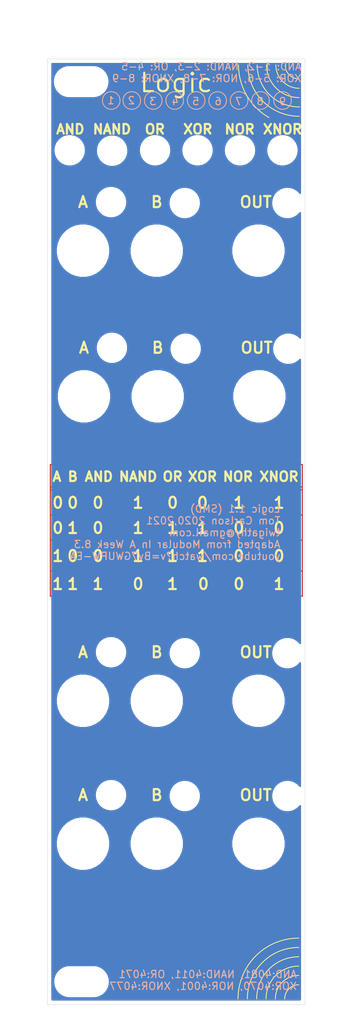
<source format=kicad_pcb>
(kicad_pcb (version 20171130) (host pcbnew "(5.1.4)-1")

  (general
    (thickness 1.6)
    (drawings 130)
    (tracks 0)
    (zones 0)
    (modules 32)
    (nets 1)
  )

  (page A4)
  (layers
    (0 F.Cu signal)
    (31 B.Cu signal)
    (32 B.Adhes user)
    (33 F.Adhes user)
    (34 B.Paste user)
    (35 F.Paste user)
    (36 B.SilkS user)
    (37 F.SilkS user)
    (38 B.Mask user)
    (39 F.Mask user)
    (40 Dwgs.User user)
    (41 Cmts.User user)
    (42 Eco1.User user)
    (43 Eco2.User user)
    (44 Edge.Cuts user)
    (45 Margin user)
    (46 B.CrtYd user)
    (47 F.CrtYd user)
    (48 B.Fab user)
    (49 F.Fab user)
  )

  (setup
    (last_trace_width 0.25)
    (trace_clearance 0.2)
    (zone_clearance 0.508)
    (zone_45_only no)
    (trace_min 0.2)
    (via_size 0.8)
    (via_drill 0.4)
    (via_min_size 0.4)
    (via_min_drill 0.3)
    (uvia_size 0.3)
    (uvia_drill 0.1)
    (uvias_allowed no)
    (uvia_min_size 0.2)
    (uvia_min_drill 0.1)
    (edge_width 0.05)
    (segment_width 0.2)
    (pcb_text_width 0.3)
    (pcb_text_size 1.5 1.5)
    (mod_edge_width 0.12)
    (mod_text_size 1 1)
    (mod_text_width 0.15)
    (pad_size 1.524 1.524)
    (pad_drill 0.762)
    (pad_to_mask_clearance 0.051)
    (solder_mask_min_width 0.25)
    (aux_axis_origin 0 0)
    (visible_elements 7FFFFFFF)
    (pcbplotparams
      (layerselection 0x010fc_ffffffff)
      (usegerberextensions false)
      (usegerberattributes true)
      (usegerberadvancedattributes false)
      (creategerberjobfile false)
      (excludeedgelayer true)
      (linewidth 0.100000)
      (plotframeref false)
      (viasonmask false)
      (mode 1)
      (useauxorigin false)
      (hpglpennumber 1)
      (hpglpenspeed 20)
      (hpglpendiameter 15.000000)
      (psnegative false)
      (psa4output false)
      (plotreference true)
      (plotvalue true)
      (plotinvisibletext false)
      (padsonsilk false)
      (subtractmaskfromsilk false)
      (outputformat 1)
      (mirror false)
      (drillshape 0)
      (scaleselection 1)
      (outputdirectory "panel/"))
  )

  (net 0 "")

  (net_class Default "This is the default net class."
    (clearance 0.2)
    (trace_width 0.25)
    (via_dia 0.8)
    (via_drill 0.4)
    (uvia_dia 0.3)
    (uvia_drill 0.1)
  )

  (net_class Power ""
    (clearance 0.2)
    (trace_width 0.5)
    (via_dia 0.8)
    (via_drill 0.4)
    (uvia_dia 0.3)
    (uvia_drill 0.1)
  )

  (module MountingHole:MountingHole_3.2mm_M3 (layer F.Cu) (tedit 5EE4C5D0) (tstamp 5F662B26)
    (at 223.5454 115.5446)
    (descr "Mounting Hole 3.2mm, no annular, M3")
    (tags "mounting hole 3.2mm no annular m3")
    (attr virtual)
    (fp_text reference REF** (at 0 -4.2) (layer F.SilkS) hide
      (effects (font (size 1 1) (thickness 0.15)))
    )
    (fp_text value MountingHole_3.2mm_M3 (at 0 4.2) (layer F.Fab)
      (effects (font (size 1 1) (thickness 0.15)))
    )
    (fp_circle (center 0 0) (end 3.45 0) (layer F.CrtYd) (width 0.05))
    (fp_circle (center 0 0) (end 3.2 0) (layer Cmts.User) (width 0.15))
    (fp_text user %R (at 0.3 0) (layer F.Fab)
      (effects (font (size 1 1) (thickness 0.15)))
    )
    (pad "" np_thru_hole circle (at 0 0) (size 6.1 6.1) (drill 6.1) (layers *.Cu *.Mask))
  )

  (module MountingHole:MountingHole_3.2mm_M3 (layer F.Cu) (tedit 5F66198E) (tstamp 5F662B1F)
    (at 213.6394 67.6656)
    (descr "Mounting Hole 3.2mm, no annular, M3")
    (tags "mounting hole 3.2mm no annular m3")
    (attr virtual)
    (fp_text reference REF** (at 0 -4.2) (layer F.SilkS) hide
      (effects (font (size 1 1) (thickness 0.15)))
    )
    (fp_text value MountingHole_3.2mm_M3 (at 0 4.2) (layer F.Fab)
      (effects (font (size 1 1) (thickness 0.15)))
    )
    (fp_circle (center 0 0) (end 3.45 0) (layer F.CrtYd) (width 0.05))
    (fp_circle (center 0 0) (end 3.2 0) (layer Cmts.User) (width 0.15))
    (fp_text user %R (at 0.3 0) (layer F.Fab)
      (effects (font (size 1 1) (thickness 0.15)))
    )
    (pad "" np_thru_hole circle (at 0 0) (size 3.1 3.1) (drill 3.1) (layers *.Cu *.Mask))
  )

  (module MountingHole:MountingHole_3.2mm_M3 (layer F.Cu) (tedit 5EE4C5D0) (tstamp 5F662B18)
    (at 209.8294 74.1426)
    (descr "Mounting Hole 3.2mm, no annular, M3")
    (tags "mounting hole 3.2mm no annular m3")
    (attr virtual)
    (fp_text reference REF** (at 0 -4.2) (layer F.SilkS) hide
      (effects (font (size 1 1) (thickness 0.15)))
    )
    (fp_text value MountingHole_3.2mm_M3 (at 0 4.2) (layer F.Fab)
      (effects (font (size 1 1) (thickness 0.15)))
    )
    (fp_text user %R (at 0.3 0) (layer F.Fab)
      (effects (font (size 1 1) (thickness 0.15)))
    )
    (fp_circle (center 0 0) (end 3.2 0) (layer Cmts.User) (width 0.15))
    (fp_circle (center 0 0) (end 3.45 0) (layer F.CrtYd) (width 0.05))
    (pad "" np_thru_hole circle (at 0 0) (size 6.1 6.1) (drill 6.1) (layers *.Cu *.Mask))
  )

  (module MountingHole:MountingHole_3.2mm_M3 (layer F.Cu) (tedit 5F66198E) (tstamp 5F662B11)
    (at 227.4824 128.4986)
    (descr "Mounting Hole 3.2mm, no annular, M3")
    (tags "mounting hole 3.2mm no annular m3")
    (attr virtual)
    (fp_text reference REF** (at 0 -4.2) (layer F.SilkS) hide
      (effects (font (size 1 1) (thickness 0.15)))
    )
    (fp_text value MountingHole_3.2mm_M3 (at 0 4.2) (layer F.Fab)
      (effects (font (size 1 1) (thickness 0.15)))
    )
    (fp_text user %R (at 0.3 0) (layer F.Fab)
      (effects (font (size 1 1) (thickness 0.15)))
    )
    (fp_circle (center 0 0) (end 3.2 0) (layer Cmts.User) (width 0.15))
    (fp_circle (center 0 0) (end 3.45 0) (layer F.CrtYd) (width 0.05))
    (pad "" np_thru_hole circle (at 0 0) (size 3.1 3.1) (drill 3.1) (layers *.Cu *.Mask))
  )

  (module MountingHole:MountingHole_3.2mm_M3 (layer F.Cu) (tedit 5F66198E) (tstamp 5F662B0A)
    (at 203.4794 128.3716)
    (descr "Mounting Hole 3.2mm, no annular, M3")
    (tags "mounting hole 3.2mm no annular m3")
    (attr virtual)
    (fp_text reference REF** (at 0 -4.2) (layer F.SilkS) hide
      (effects (font (size 1 1) (thickness 0.15)))
    )
    (fp_text value MountingHole_3.2mm_M3 (at 0 4.2) (layer F.Fab)
      (effects (font (size 1 1) (thickness 0.15)))
    )
    (fp_text user %R (at 0.3 0) (layer F.Fab)
      (effects (font (size 1 1) (thickness 0.15)))
    )
    (fp_circle (center 0 0) (end 3.2 0) (layer Cmts.User) (width 0.15))
    (fp_circle (center 0 0) (end 3.45 0) (layer F.CrtYd) (width 0.05))
    (pad "" np_thru_hole circle (at 0 0) (size 3.1 3.1) (drill 3.1) (layers *.Cu *.Mask))
  )

  (module MountingHole:MountingHole_3.2mm_M3 (layer F.Cu) (tedit 5EE4C5D0) (tstamp 5F662B03)
    (at 209.7024 134.9756)
    (descr "Mounting Hole 3.2mm, no annular, M3")
    (tags "mounting hole 3.2mm no annular m3")
    (attr virtual)
    (fp_text reference REF** (at 0 -4.2) (layer F.SilkS) hide
      (effects (font (size 1 1) (thickness 0.15)))
    )
    (fp_text value MountingHole_3.2mm_M3 (at 0 4.2) (layer F.Fab)
      (effects (font (size 1 1) (thickness 0.15)))
    )
    (fp_text user %R (at 0.3 0) (layer F.Fab)
      (effects (font (size 1 1) (thickness 0.15)))
    )
    (fp_circle (center 0 0) (end 3.2 0) (layer Cmts.User) (width 0.15))
    (fp_circle (center 0 0) (end 3.45 0) (layer F.CrtYd) (width 0.05))
    (pad "" np_thru_hole circle (at 0 0) (size 6.1 6.1) (drill 6.1) (layers *.Cu *.Mask))
  )

  (module MountingHole:MountingHole_3.2mm_M3 (layer F.Cu) (tedit 5F66198E) (tstamp 5F662AFC)
    (at 213.5124 128.4986)
    (descr "Mounting Hole 3.2mm, no annular, M3")
    (tags "mounting hole 3.2mm no annular m3")
    (attr virtual)
    (fp_text reference REF** (at 0 -4.2) (layer F.SilkS) hide
      (effects (font (size 1 1) (thickness 0.15)))
    )
    (fp_text value MountingHole_3.2mm_M3 (at 0 4.2) (layer F.Fab)
      (effects (font (size 1 1) (thickness 0.15)))
    )
    (fp_circle (center 0 0) (end 3.45 0) (layer F.CrtYd) (width 0.05))
    (fp_circle (center 0 0) (end 3.2 0) (layer Cmts.User) (width 0.15))
    (fp_text user %R (at 0.3 0) (layer F.Fab)
      (effects (font (size 1 1) (thickness 0.15)))
    )
    (pad "" np_thru_hole circle (at 0 0) (size 3.1 3.1) (drill 3.1) (layers *.Cu *.Mask))
  )

  (module MountingHole:MountingHole_3.2mm_M3 (layer F.Cu) (tedit 5F66198E) (tstamp 5F662AF5)
    (at 213.5124 109.0676)
    (descr "Mounting Hole 3.2mm, no annular, M3")
    (tags "mounting hole 3.2mm no annular m3")
    (attr virtual)
    (fp_text reference REF** (at 0 -4.2) (layer F.SilkS) hide
      (effects (font (size 1 1) (thickness 0.15)))
    )
    (fp_text value MountingHole_3.2mm_M3 (at 0 4.2) (layer F.Fab)
      (effects (font (size 1 1) (thickness 0.15)))
    )
    (fp_text user %R (at 0.3 0) (layer F.Fab)
      (effects (font (size 1 1) (thickness 0.15)))
    )
    (fp_circle (center 0 0) (end 3.2 0) (layer Cmts.User) (width 0.15))
    (fp_circle (center 0 0) (end 3.45 0) (layer F.CrtYd) (width 0.05))
    (pad "" np_thru_hole circle (at 0 0) (size 3.1 3.1) (drill 3.1) (layers *.Cu *.Mask))
  )

  (module MountingHole:MountingHole_3.2mm_M3 (layer F.Cu) (tedit 5F66198E) (tstamp 5F662AEE)
    (at 227.4824 109.0676)
    (descr "Mounting Hole 3.2mm, no annular, M3")
    (tags "mounting hole 3.2mm no annular m3")
    (attr virtual)
    (fp_text reference REF** (at 0 -4.2) (layer F.SilkS) hide
      (effects (font (size 1 1) (thickness 0.15)))
    )
    (fp_text value MountingHole_3.2mm_M3 (at 0 4.2) (layer F.Fab)
      (effects (font (size 1 1) (thickness 0.15)))
    )
    (fp_circle (center 0 0) (end 3.45 0) (layer F.CrtYd) (width 0.05))
    (fp_circle (center 0 0) (end 3.2 0) (layer Cmts.User) (width 0.15))
    (fp_text user %R (at 0.3 0) (layer F.Fab)
      (effects (font (size 1 1) (thickness 0.15)))
    )
    (pad "" np_thru_hole circle (at 0 0) (size 3.1 3.1) (drill 3.1) (layers *.Cu *.Mask))
  )

  (module MountingHole:MountingHole_3.2mm_M3 (layer F.Cu) (tedit 5EE4C5D0) (tstamp 5F662AE7)
    (at 223.6724 74.1426)
    (descr "Mounting Hole 3.2mm, no annular, M3")
    (tags "mounting hole 3.2mm no annular m3")
    (attr virtual)
    (fp_text reference REF** (at 0 -4.2) (layer F.SilkS) hide
      (effects (font (size 1 1) (thickness 0.15)))
    )
    (fp_text value MountingHole_3.2mm_M3 (at 0 4.2) (layer F.Fab)
      (effects (font (size 1 1) (thickness 0.15)))
    )
    (fp_text user %R (at 0.3 0) (layer F.Fab)
      (effects (font (size 1 1) (thickness 0.15)))
    )
    (fp_circle (center 0 0) (end 3.2 0) (layer Cmts.User) (width 0.15))
    (fp_circle (center 0 0) (end 3.45 0) (layer F.CrtYd) (width 0.05))
    (pad "" np_thru_hole circle (at 0 0) (size 6.1 6.1) (drill 6.1) (layers *.Cu *.Mask))
  )

  (module MountingHole:MountingHole_3.2mm_M3 (layer F.Cu) (tedit 5EE4C5D0) (tstamp 5F662AE0)
    (at 199.7964 74.1426)
    (descr "Mounting Hole 3.2mm, no annular, M3")
    (tags "mounting hole 3.2mm no annular m3")
    (attr virtual)
    (fp_text reference REF** (at 0 -4.2) (layer F.SilkS) hide
      (effects (font (size 1 1) (thickness 0.15)))
    )
    (fp_text value MountingHole_3.2mm_M3 (at 0 4.2) (layer F.Fab)
      (effects (font (size 1 1) (thickness 0.15)))
    )
    (fp_circle (center 0 0) (end 3.45 0) (layer F.CrtYd) (width 0.05))
    (fp_circle (center 0 0) (end 3.2 0) (layer Cmts.User) (width 0.15))
    (fp_text user %R (at 0.3 0) (layer F.Fab)
      (effects (font (size 1 1) (thickness 0.15)))
    )
    (pad "" np_thru_hole circle (at 0 0) (size 6.1 6.1) (drill 6.1) (layers *.Cu *.Mask))
  )

  (module MountingHole:MountingHole_3.2mm_M3 (layer F.Cu) (tedit 5EE4C5D0) (tstamp 5F662AD9)
    (at 209.7024 115.5446)
    (descr "Mounting Hole 3.2mm, no annular, M3")
    (tags "mounting hole 3.2mm no annular m3")
    (attr virtual)
    (fp_text reference REF** (at 0 -4.2) (layer F.SilkS) hide
      (effects (font (size 1 1) (thickness 0.15)))
    )
    (fp_text value MountingHole_3.2mm_M3 (at 0 4.2) (layer F.Fab)
      (effects (font (size 1 1) (thickness 0.15)))
    )
    (fp_circle (center 0 0) (end 3.45 0) (layer F.CrtYd) (width 0.05))
    (fp_circle (center 0 0) (end 3.2 0) (layer Cmts.User) (width 0.15))
    (fp_text user %R (at 0.3 0) (layer F.Fab)
      (effects (font (size 1 1) (thickness 0.15)))
    )
    (pad "" np_thru_hole circle (at 0 0) (size 6.1 6.1) (drill 6.1) (layers *.Cu *.Mask))
  )

  (module MountingHole:MountingHole_3.2mm_M3 (layer F.Cu) (tedit 5EE4C5D0) (tstamp 5F662AD2)
    (at 199.6694 115.5446)
    (descr "Mounting Hole 3.2mm, no annular, M3")
    (tags "mounting hole 3.2mm no annular m3")
    (attr virtual)
    (fp_text reference REF** (at 0 -4.2) (layer F.SilkS) hide
      (effects (font (size 1 1) (thickness 0.15)))
    )
    (fp_text value MountingHole_3.2mm_M3 (at 0 4.2) (layer F.Fab)
      (effects (font (size 1 1) (thickness 0.15)))
    )
    (fp_text user %R (at 0.3 0) (layer F.Fab)
      (effects (font (size 1 1) (thickness 0.15)))
    )
    (fp_circle (center 0 0) (end 3.2 0) (layer Cmts.User) (width 0.15))
    (fp_circle (center 0 0) (end 3.45 0) (layer F.CrtYd) (width 0.05))
    (pad "" np_thru_hole circle (at 0 0) (size 6.1 6.1) (drill 6.1) (layers *.Cu *.Mask))
  )

  (module MountingHole:MountingHole_3.2mm_M3 (layer F.Cu) (tedit 5F66198E) (tstamp 5F662ACB)
    (at 227.6094 67.6656)
    (descr "Mounting Hole 3.2mm, no annular, M3")
    (tags "mounting hole 3.2mm no annular m3")
    (attr virtual)
    (fp_text reference REF** (at 0 -4.2) (layer F.SilkS) hide
      (effects (font (size 1 1) (thickness 0.15)))
    )
    (fp_text value MountingHole_3.2mm_M3 (at 0 4.2) (layer F.Fab)
      (effects (font (size 1 1) (thickness 0.15)))
    )
    (fp_text user %R (at 0.3 0) (layer F.Fab)
      (effects (font (size 1 1) (thickness 0.15)))
    )
    (fp_circle (center 0 0) (end 3.2 0) (layer Cmts.User) (width 0.15))
    (fp_circle (center 0 0) (end 3.45 0) (layer F.CrtYd) (width 0.05))
    (pad "" np_thru_hole circle (at 0 0) (size 3.1 3.1) (drill 3.1) (layers *.Cu *.Mask))
  )

  (module MountingHole:MountingHole_3.2mm_M3 (layer F.Cu) (tedit 5EE4C5D0) (tstamp 5F662AC4)
    (at 223.5454 134.9756)
    (descr "Mounting Hole 3.2mm, no annular, M3")
    (tags "mounting hole 3.2mm no annular m3")
    (attr virtual)
    (fp_text reference REF** (at 0 -4.2) (layer F.SilkS) hide
      (effects (font (size 1 1) (thickness 0.15)))
    )
    (fp_text value MountingHole_3.2mm_M3 (at 0 4.2) (layer F.Fab)
      (effects (font (size 1 1) (thickness 0.15)))
    )
    (fp_text user %R (at 0.3 0) (layer F.Fab)
      (effects (font (size 1 1) (thickness 0.15)))
    )
    (fp_circle (center 0 0) (end 3.2 0) (layer Cmts.User) (width 0.15))
    (fp_circle (center 0 0) (end 3.45 0) (layer F.CrtYd) (width 0.05))
    (pad "" np_thru_hole circle (at 0 0) (size 6.1 6.1) (drill 6.1) (layers *.Cu *.Mask))
  )

  (module MountingHole:MountingHole_3.2mm_M3 (layer F.Cu) (tedit 5F66198E) (tstamp 5F662ABD)
    (at 209.4738 40.6781)
    (descr "Mounting Hole 3.2mm, no annular, M3")
    (tags "mounting hole 3.2mm no annular m3")
    (attr virtual)
    (fp_text reference REF** (at 0 -4.2) (layer F.SilkS) hide
      (effects (font (size 1 1) (thickness 0.15)))
    )
    (fp_text value MountingHole_3.2mm_M3 (at 0 4.2) (layer F.Fab)
      (effects (font (size 1 1) (thickness 0.15)))
    )
    (fp_circle (center 0 0) (end 3.45 0) (layer F.CrtYd) (width 0.05))
    (fp_circle (center 0 0) (end 3.2 0) (layer Cmts.User) (width 0.15))
    (fp_text user %R (at 0.3 0) (layer F.Fab)
      (effects (font (size 1 1) (thickness 0.15)))
    )
    (pad "" np_thru_hole circle (at 0 0) (size 3.1 3.1) (drill 3.1) (layers *.Cu *.Mask))
  )

  (module MountingHole:MountingHole_3.2mm_M3 (layer F.Cu) (tedit 5F1D8352) (tstamp 5F662AB6)
    (at 199.4662 153.7462)
    (descr "Mounting Hole 3.2mm, no annular, M3")
    (tags "mounting hole 3.2mm no annular m3")
    (attr virtual)
    (fp_text reference REF** (at 0 -4.2) (layer F.SilkS) hide
      (effects (font (size 1 1) (thickness 0.15)))
    )
    (fp_text value MountingHole_3.2mm_M3 (at 0 4.2) (layer F.Fab)
      (effects (font (size 1 1) (thickness 0.15)))
    )
    (fp_circle (center 0 0) (end 3.45 0) (layer F.CrtYd) (width 0.05))
    (fp_circle (center 0 0) (end 3.2 0) (layer Cmts.User) (width 0.15))
    (fp_text user %R (at 0.3 0) (layer F.Fab)
      (effects (font (size 1 1) (thickness 0.15)))
    )
    (pad "" np_thru_hole oval (at 0 0) (size 6.4 3.2) (drill oval 6.4 3.2) (layers *.Cu *.Mask))
  )

  (module MountingHole:MountingHole_3.2mm_M3 (layer F.Cu) (tedit 5F1D8352) (tstamp 5F662AAF)
    (at 199.4154 31.3436)
    (descr "Mounting Hole 3.2mm, no annular, M3")
    (tags "mounting hole 3.2mm no annular m3")
    (attr virtual)
    (fp_text reference REF** (at 0 -4.2) (layer F.SilkS) hide
      (effects (font (size 1 1) (thickness 0.15)))
    )
    (fp_text value MountingHole_3.2mm_M3 (at 0 4.2) (layer F.Fab)
      (effects (font (size 1 1) (thickness 0.15)))
    )
    (fp_text user %R (at 0.3 0) (layer F.Fab)
      (effects (font (size 1 1) (thickness 0.15)))
    )
    (fp_circle (center 0 0) (end 3.2 0) (layer Cmts.User) (width 0.15))
    (fp_circle (center 0 0) (end 3.45 0) (layer F.CrtYd) (width 0.05))
    (pad "" np_thru_hole oval (at 0 0) (size 6.4 3.2) (drill oval 6.4 3.2) (layers *.Cu *.Mask))
  )

  (module MountingHole:MountingHole_3.2mm_M3 (layer F.Cu) (tedit 5F66198E) (tstamp 5F662AA8)
    (at 203.6318 40.7416)
    (descr "Mounting Hole 3.2mm, no annular, M3")
    (tags "mounting hole 3.2mm no annular m3")
    (attr virtual)
    (fp_text reference REF** (at 0 -4.2) (layer F.SilkS) hide
      (effects (font (size 1 1) (thickness 0.15)))
    )
    (fp_text value MountingHole_3.2mm_M3 (at 0 4.2) (layer F.Fab)
      (effects (font (size 1 1) (thickness 0.15)))
    )
    (fp_text user %R (at 0.3 0) (layer F.Fab)
      (effects (font (size 1 1) (thickness 0.15)))
    )
    (fp_circle (center 0 0) (end 3.2 0) (layer Cmts.User) (width 0.15))
    (fp_circle (center 0 0) (end 3.45 0) (layer F.CrtYd) (width 0.05))
    (pad "" np_thru_hole circle (at 0 0) (size 3.1 3.1) (drill 3.1) (layers *.Cu *.Mask))
  )

  (module MountingHole:MountingHole_3.2mm_M3 (layer F.Cu) (tedit 5F66198E) (tstamp 5F662AA1)
    (at 197.8533 40.6781)
    (descr "Mounting Hole 3.2mm, no annular, M3")
    (tags "mounting hole 3.2mm no annular m3")
    (attr virtual)
    (fp_text reference REF** (at 0 -4.2) (layer F.SilkS) hide
      (effects (font (size 1 1) (thickness 0.15)))
    )
    (fp_text value MountingHole_3.2mm_M3 (at 0 4.2) (layer F.Fab)
      (effects (font (size 1 1) (thickness 0.15)))
    )
    (fp_circle (center 0 0) (end 3.45 0) (layer F.CrtYd) (width 0.05))
    (fp_circle (center 0 0) (end 3.2 0) (layer Cmts.User) (width 0.15))
    (fp_text user %R (at 0.3 0) (layer F.Fab)
      (effects (font (size 1 1) (thickness 0.15)))
    )
    (pad "" np_thru_hole circle (at 0 0) (size 3.1 3.1) (drill 3.1) (layers *.Cu *.Mask))
  )

  (module MountingHole:MountingHole_3.2mm_M3 (layer F.Cu) (tedit 5F66198E) (tstamp 5F662A9A)
    (at 215.2523 40.6781)
    (descr "Mounting Hole 3.2mm, no annular, M3")
    (tags "mounting hole 3.2mm no annular m3")
    (attr virtual)
    (fp_text reference REF** (at 0 -4.2) (layer F.SilkS) hide
      (effects (font (size 1 1) (thickness 0.15)))
    )
    (fp_text value MountingHole_3.2mm_M3 (at 0 4.2) (layer F.Fab)
      (effects (font (size 1 1) (thickness 0.15)))
    )
    (fp_text user %R (at 0.3 0) (layer F.Fab)
      (effects (font (size 1 1) (thickness 0.15)))
    )
    (fp_circle (center 0 0) (end 3.2 0) (layer Cmts.User) (width 0.15))
    (fp_circle (center 0 0) (end 3.45 0) (layer F.CrtYd) (width 0.05))
    (pad "" np_thru_hole circle (at 0 0) (size 3.1 3.1) (drill 3.1) (layers *.Cu *.Mask))
  )

  (module MountingHole:MountingHole_3.2mm_M3 (layer F.Cu) (tedit 5F66198E) (tstamp 5F662A93)
    (at 226.8093 40.6781)
    (descr "Mounting Hole 3.2mm, no annular, M3")
    (tags "mounting hole 3.2mm no annular m3")
    (attr virtual)
    (fp_text reference REF** (at 0 -4.2) (layer F.SilkS) hide
      (effects (font (size 1 1) (thickness 0.15)))
    )
    (fp_text value MountingHole_3.2mm_M3 (at 0 4.2) (layer F.Fab)
      (effects (font (size 1 1) (thickness 0.15)))
    )
    (fp_text user %R (at 0.3 0) (layer F.Fab)
      (effects (font (size 1 1) (thickness 0.15)))
    )
    (fp_circle (center 0 0) (end 3.2 0) (layer Cmts.User) (width 0.15))
    (fp_circle (center 0 0) (end 3.45 0) (layer F.CrtYd) (width 0.05))
    (pad "" np_thru_hole circle (at 0 0) (size 3.1 3.1) (drill 3.1) (layers *.Cu *.Mask))
  )

  (module MountingHole:MountingHole_3.2mm_M3 (layer F.Cu) (tedit 5F66198E) (tstamp 5F662A8C)
    (at 221.0308 40.6781)
    (descr "Mounting Hole 3.2mm, no annular, M3")
    (tags "mounting hole 3.2mm no annular m3")
    (attr virtual)
    (fp_text reference REF** (at 0 -4.2) (layer F.SilkS) hide
      (effects (font (size 1 1) (thickness 0.15)))
    )
    (fp_text value MountingHole_3.2mm_M3 (at 0 4.2) (layer F.Fab)
      (effects (font (size 1 1) (thickness 0.15)))
    )
    (fp_circle (center 0 0) (end 3.45 0) (layer F.CrtYd) (width 0.05))
    (fp_circle (center 0 0) (end 3.2 0) (layer Cmts.User) (width 0.15))
    (fp_text user %R (at 0.3 0) (layer F.Fab)
      (effects (font (size 1 1) (thickness 0.15)))
    )
    (pad "" np_thru_hole circle (at 0 0) (size 3.1 3.1) (drill 3.1) (layers *.Cu *.Mask))
  )

  (module MountingHole:MountingHole_3.2mm_M3 (layer F.Cu) (tedit 5F66198E) (tstamp 5F662A85)
    (at 213.5124 47.8536)
    (descr "Mounting Hole 3.2mm, no annular, M3")
    (tags "mounting hole 3.2mm no annular m3")
    (attr virtual)
    (fp_text reference REF** (at 0 -4.2) (layer F.SilkS) hide
      (effects (font (size 1 1) (thickness 0.15)))
    )
    (fp_text value MountingHole_3.2mm_M3 (at 0 4.2) (layer F.Fab)
      (effects (font (size 1 1) (thickness 0.15)))
    )
    (fp_text user %R (at 0.3 0) (layer F.Fab)
      (effects (font (size 1 1) (thickness 0.15)))
    )
    (fp_circle (center 0 0) (end 3.2 0) (layer Cmts.User) (width 0.15))
    (fp_circle (center 0 0) (end 3.45 0) (layer F.CrtYd) (width 0.05))
    (pad "" np_thru_hole circle (at 0 0) (size 3.1 3.1) (drill 3.1) (layers *.Cu *.Mask))
  )

  (module MountingHole:MountingHole_3.2mm_M3 (layer F.Cu) (tedit 5F66198E) (tstamp 5F662A7E)
    (at 203.4794 47.7266)
    (descr "Mounting Hole 3.2mm, no annular, M3")
    (tags "mounting hole 3.2mm no annular m3")
    (attr virtual)
    (fp_text reference REF** (at 0 -4.2) (layer F.SilkS) hide
      (effects (font (size 1 1) (thickness 0.15)))
    )
    (fp_text value MountingHole_3.2mm_M3 (at 0 4.2) (layer F.Fab)
      (effects (font (size 1 1) (thickness 0.15)))
    )
    (fp_circle (center 0 0) (end 3.45 0) (layer F.CrtYd) (width 0.05))
    (fp_circle (center 0 0) (end 3.2 0) (layer Cmts.User) (width 0.15))
    (fp_text user %R (at 0.3 0) (layer F.Fab)
      (effects (font (size 1 1) (thickness 0.15)))
    )
    (pad "" np_thru_hole circle (at 0 0) (size 3.1 3.1) (drill 3.1) (layers *.Cu *.Mask))
  )

  (module MountingHole:MountingHole_3.2mm_M3 (layer F.Cu) (tedit 5F66198E) (tstamp 5F662A77)
    (at 203.4794 108.9406)
    (descr "Mounting Hole 3.2mm, no annular, M3")
    (tags "mounting hole 3.2mm no annular m3")
    (attr virtual)
    (fp_text reference REF** (at 0 -4.2) (layer F.SilkS) hide
      (effects (font (size 1 1) (thickness 0.15)))
    )
    (fp_text value MountingHole_3.2mm_M3 (at 0 4.2) (layer F.Fab)
      (effects (font (size 1 1) (thickness 0.15)))
    )
    (fp_circle (center 0 0) (end 3.45 0) (layer F.CrtYd) (width 0.05))
    (fp_circle (center 0 0) (end 3.2 0) (layer Cmts.User) (width 0.15))
    (fp_text user %R (at 0.3 0) (layer F.Fab)
      (effects (font (size 1 1) (thickness 0.15)))
    )
    (pad "" np_thru_hole circle (at 0 0) (size 3.1 3.1) (drill 3.1) (layers *.Cu *.Mask))
  )

  (module MountingHole:MountingHole_3.2mm_M3 (layer F.Cu) (tedit 5EE4C5D0) (tstamp 5F662A70)
    (at 223.5454 54.3306)
    (descr "Mounting Hole 3.2mm, no annular, M3")
    (tags "mounting hole 3.2mm no annular m3")
    (attr virtual)
    (fp_text reference REF** (at 0 -4.2) (layer F.SilkS) hide
      (effects (font (size 1 1) (thickness 0.15)))
    )
    (fp_text value MountingHole_3.2mm_M3 (at 0 4.2) (layer F.Fab)
      (effects (font (size 1 1) (thickness 0.15)))
    )
    (fp_circle (center 0 0) (end 3.45 0) (layer F.CrtYd) (width 0.05))
    (fp_circle (center 0 0) (end 3.2 0) (layer Cmts.User) (width 0.15))
    (fp_text user %R (at 0.3 0) (layer F.Fab)
      (effects (font (size 1 1) (thickness 0.15)))
    )
    (pad "" np_thru_hole circle (at 0 0) (size 6.1 6.1) (drill 6.1) (layers *.Cu *.Mask))
  )

  (module MountingHole:MountingHole_3.2mm_M3 (layer F.Cu) (tedit 5F66198E) (tstamp 5F662A69)
    (at 203.6064 67.5386)
    (descr "Mounting Hole 3.2mm, no annular, M3")
    (tags "mounting hole 3.2mm no annular m3")
    (attr virtual)
    (fp_text reference REF** (at 0 -4.2) (layer F.SilkS) hide
      (effects (font (size 1 1) (thickness 0.15)))
    )
    (fp_text value MountingHole_3.2mm_M3 (at 0 4.2) (layer F.Fab)
      (effects (font (size 1 1) (thickness 0.15)))
    )
    (fp_text user %R (at 0.3 0) (layer F.Fab)
      (effects (font (size 1 1) (thickness 0.15)))
    )
    (fp_circle (center 0 0) (end 3.2 0) (layer Cmts.User) (width 0.15))
    (fp_circle (center 0 0) (end 3.45 0) (layer F.CrtYd) (width 0.05))
    (pad "" np_thru_hole circle (at 0 0) (size 3.1 3.1) (drill 3.1) (layers *.Cu *.Mask))
  )

  (module MountingHole:MountingHole_3.2mm_M3 (layer F.Cu) (tedit 5EE4C5D0) (tstamp 5F662A62)
    (at 209.7024 54.3306)
    (descr "Mounting Hole 3.2mm, no annular, M3")
    (tags "mounting hole 3.2mm no annular m3")
    (attr virtual)
    (fp_text reference REF** (at 0 -4.2) (layer F.SilkS) hide
      (effects (font (size 1 1) (thickness 0.15)))
    )
    (fp_text value MountingHole_3.2mm_M3 (at 0 4.2) (layer F.Fab)
      (effects (font (size 1 1) (thickness 0.15)))
    )
    (fp_circle (center 0 0) (end 3.45 0) (layer F.CrtYd) (width 0.05))
    (fp_circle (center 0 0) (end 3.2 0) (layer Cmts.User) (width 0.15))
    (fp_text user %R (at 0.3 0) (layer F.Fab)
      (effects (font (size 1 1) (thickness 0.15)))
    )
    (pad "" np_thru_hole circle (at 0 0) (size 6.1 6.1) (drill 6.1) (layers *.Cu *.Mask))
  )

  (module MountingHole:MountingHole_3.2mm_M3 (layer F.Cu) (tedit 5F66198E) (tstamp 5F662A5B)
    (at 227.4824 47.8536)
    (descr "Mounting Hole 3.2mm, no annular, M3")
    (tags "mounting hole 3.2mm no annular m3")
    (attr virtual)
    (fp_text reference REF** (at 0 -4.2) (layer F.SilkS) hide
      (effects (font (size 1 1) (thickness 0.15)))
    )
    (fp_text value MountingHole_3.2mm_M3 (at 0 4.2) (layer F.Fab)
      (effects (font (size 1 1) (thickness 0.15)))
    )
    (fp_circle (center 0 0) (end 3.45 0) (layer F.CrtYd) (width 0.05))
    (fp_circle (center 0 0) (end 3.2 0) (layer Cmts.User) (width 0.15))
    (fp_text user %R (at 0.3 0) (layer F.Fab)
      (effects (font (size 1 1) (thickness 0.15)))
    )
    (pad "" np_thru_hole circle (at 0 0) (size 3.1 3.1) (drill 3.1) (layers *.Cu *.Mask))
  )

  (module MountingHole:MountingHole_3.2mm_M3 (layer F.Cu) (tedit 5EE4C5D0) (tstamp 5F662A54)
    (at 199.6694 134.9756)
    (descr "Mounting Hole 3.2mm, no annular, M3")
    (tags "mounting hole 3.2mm no annular m3")
    (attr virtual)
    (fp_text reference REF** (at 0 -4.2) (layer F.SilkS) hide
      (effects (font (size 1 1) (thickness 0.15)))
    )
    (fp_text value MountingHole_3.2mm_M3 (at 0 4.2) (layer F.Fab)
      (effects (font (size 1 1) (thickness 0.15)))
    )
    (fp_circle (center 0 0) (end 3.45 0) (layer F.CrtYd) (width 0.05))
    (fp_circle (center 0 0) (end 3.2 0) (layer Cmts.User) (width 0.15))
    (fp_text user %R (at 0.3 0) (layer F.Fab)
      (effects (font (size 1 1) (thickness 0.15)))
    )
    (pad "" np_thru_hole circle (at 0 0) (size 6.1 6.1) (drill 6.1) (layers *.Cu *.Mask))
  )

  (module MountingHole:MountingHole_3.2mm_M3 (layer F.Cu) (tedit 5EE4C5D0) (tstamp 5F662A4D)
    (at 199.6694 54.3306)
    (descr "Mounting Hole 3.2mm, no annular, M3")
    (tags "mounting hole 3.2mm no annular m3")
    (attr virtual)
    (fp_text reference REF** (at 0 -4.2) (layer F.SilkS) hide
      (effects (font (size 1 1) (thickness 0.15)))
    )
    (fp_text value MountingHole_3.2mm_M3 (at 0 4.2) (layer F.Fab)
      (effects (font (size 1 1) (thickness 0.15)))
    )
    (fp_text user %R (at 0.3 0) (layer F.Fab)
      (effects (font (size 1 1) (thickness 0.15)))
    )
    (fp_circle (center 0 0) (end 3.2 0) (layer Cmts.User) (width 0.15))
    (fp_circle (center 0 0) (end 3.45 0) (layer F.CrtYd) (width 0.05))
    (pad "" np_thru_hole circle (at 0 0) (size 6.1 6.1) (drill 6.1) (layers *.Cu *.Mask))
  )

  (gr_text 9 (at 226.822 34.036) (layer B.SilkS)
    (effects (font (size 1 1) (thickness 0.15)) (justify mirror))
  )
  (gr_text 8 (at 223.774 34.036) (layer B.SilkS)
    (effects (font (size 1 1) (thickness 0.15)) (justify mirror))
  )
  (gr_text 7 (at 220.853 34.036) (layer B.SilkS)
    (effects (font (size 1 1) (thickness 0.15)) (justify mirror))
  )
  (gr_text 6 (at 218.059 34.036) (layer B.SilkS)
    (effects (font (size 1 1) (thickness 0.15)) (justify mirror))
  )
  (gr_text 5 (at 215.011 34.036) (layer B.SilkS)
    (effects (font (size 1 1) (thickness 0.15)) (justify mirror))
  )
  (gr_text 4 (at 212.217 34.036) (layer B.SilkS)
    (effects (font (size 1 1) (thickness 0.15)) (justify mirror))
  )
  (gr_text 3 (at 209.169 34.036) (layer B.SilkS)
    (effects (font (size 1 1) (thickness 0.15)) (justify mirror))
  )
  (gr_text 2 (at 206.248 33.909) (layer B.SilkS)
    (effects (font (size 1 1) (thickness 0.15)) (justify mirror))
  )
  (gr_text 1 (at 203.454 33.909) (layer B.SilkS)
    (effects (font (size 1 1) (thickness 0.15)) (justify mirror))
  )
  (gr_circle (center 203.509115 33.909) (end 202.493115 34.544) (layer B.SilkS) (width 0.12) (tstamp 5F6732B3))
  (gr_circle (center 206.303115 33.909) (end 205.287115 34.544) (layer B.SilkS) (width 0.12) (tstamp 5F6732B1))
  (gr_circle (center 209.224115 33.909) (end 208.208115 34.544) (layer B.SilkS) (width 0.12) (tstamp 5F6732AF))
  (gr_circle (center 212.145115 33.909) (end 211.129115 34.544) (layer B.SilkS) (width 0.12) (tstamp 5F6732AD))
  (gr_circle (center 215.066115 33.909) (end 214.050115 34.544) (layer B.SilkS) (width 0.12) (tstamp 5F6732AB))
  (gr_circle (center 217.987115 33.909) (end 216.971115 34.544) (layer B.SilkS) (width 0.12) (tstamp 5F6732A9))
  (gr_circle (center 220.908115 33.909) (end 219.892115 34.544) (layer B.SilkS) (width 0.12) (tstamp 5F6732A7))
  (gr_circle (center 223.829115 33.909) (end 222.813115 34.544) (layer B.SilkS) (width 0.12) (tstamp 5F6732A5))
  (gr_circle (center 226.822 33.909) (end 225.806 34.544) (layer B.SilkS) (width 0.12))
  (gr_text "AND: 1-2, NAND: 2-3, OR: 4-5\nXOR: 5-6, NOR: 7-8, XNOR: 8-9" (at 229.489 30.099) (layer B.SilkS) (tstamp 5F673290)
    (effects (font (size 1 1) (thickness 0.15)) (justify left mirror))
  )
  (gr_text "AND:4081, NAND:4011, OR:4071\nXOR:4070, NOR:4001, XNOR:4077" (at 228.854 153.543) (layer B.SilkS) (tstamp 5F67327B)
    (effects (font (size 1 1) (thickness 0.15)) (justify left mirror))
  )
  (gr_text "Logic 1.1 (SMD)\nTom Carlson 2020,2021\ntwigathy@gmail.com\nAdapted from Modular In A Week 8.3\nyoutube.com/watch?v=Bv7GWUPW-EA" (at 226.6188 92.6592) (layer B.SilkS) (tstamp 5F673278)
    (effects (font (size 1 1) (thickness 0.15)) (justify left mirror))
  )
  (gr_line (start 194.818 156.845) (end 229.87 156.845) (layer Edge.Cuts) (width 0.05) (tstamp 5F662B96))
  (gr_line (start 229.87 28.2702) (end 194.818 28.2702) (layer Edge.Cuts) (width 0.05) (tstamp 5F662B95))
  (gr_line (start 194.818 28.2702) (end 194.818 156.845) (layer Edge.Cuts) (width 0.05) (tstamp 5F662B94))
  (gr_line (start 229.87 28.2702) (end 229.87 156.845) (layer Edge.Cuts) (width 0.05) (tstamp 5F662B93))
  (gr_text NOR (at 220.98 37.8206) (layer F.SilkS) (tstamp 5F662B92)
    (effects (font (size 1.3 1.3) (thickness 0.3)))
  )
  (gr_text AND (at 197.9422 37.8206) (layer F.SilkS) (tstamp 5F662B91)
    (effects (font (size 1.3 1.3) (thickness 0.3)))
  )
  (gr_text NAND (at 203.6064 37.8206) (layer F.SilkS) (tstamp 5F662B90)
    (effects (font (size 1.3 1.3) (thickness 0.3)))
  )
  (gr_text XOR (at 215.2904 37.8206) (layer F.SilkS) (tstamp 5F662B8F)
    (effects (font (size 1.3 1.3) (thickness 0.3)))
  )
  (gr_text A (at 199.6694 47.7266) (layer F.SilkS) (tstamp 5F662B8E)
    (effects (font (size 1.5 1.5) (thickness 0.3)))
  )
  (gr_text OUT (at 223.1644 47.7266) (layer F.SilkS) (tstamp 5F662B8D)
    (effects (font (size 1.5 1.5) (thickness 0.3)))
  )
  (gr_text XNOR (at 226.822 37.8206) (layer F.SilkS) (tstamp 5F662B8C)
    (effects (font (size 1.3 1.3) (thickness 0.3)))
  )
  (gr_text Logic (at 212.344 31.496) (layer F.SilkS) (tstamp 5F67AE1F)
    (effects (font (size 2.5 2.5) (thickness 0.3)))
  )
  (gr_text OR (at 209.4484 37.8206) (layer F.SilkS) (tstamp 5F662B8A)
    (effects (font (size 1.3 1.3) (thickness 0.3)))
  )
  (gr_text B (at 209.7024 47.7266) (layer F.SilkS) (tstamp 5F662B89)
    (effects (font (size 1.5 1.5) (thickness 0.3)))
  )
  (gr_arc (start 229.0826 29.0703) (end 222.0976 29.0703) (angle -90) (layer F.SilkS) (width 0.12) (tstamp 5F662B88))
  (gr_arc (start 229.0191 156.0703) (end 229.0191 149.0853) (angle -90) (layer F.SilkS) (width 0.12) (tstamp 5F662B87))
  (gr_arc (start 229.0191 156.0703) (end 229.0191 154.1653) (angle -90) (layer F.SilkS) (width 0.12) (tstamp 5F662B86))
  (gr_arc (start 229.0826 29.0703) (end 223.3676 29.0703) (angle -90.63659358) (layer F.SilkS) (width 0.12) (tstamp 5F662B85))
  (gr_arc (start 229.0826 29.0703) (end 227.1776 29.0703) (angle -90) (layer F.SilkS) (width 0.12) (tstamp 5F662B84))
  (gr_line (start 229.5144 97.8916) (end 195.2244 97.8916) (layer F.Mask) (width 0.15) (tstamp 5F662B83))
  (gr_line (start 229.5144 93.7006) (end 195.2244 93.7006) (layer F.Mask) (width 0.15) (tstamp 5F662B82))
  (gr_line (start 229.5144 101.3206) (end 195.2244 101.3206) (layer F.Mask) (width 0.15) (tstamp 5F662B81))
  (gr_line (start 229.5144 90.2716) (end 195.2244 90.2716) (layer F.Mask) (width 0.15) (tstamp 5F662B80))
  (gr_line (start 229.5144 86.4616) (end 195.2244 86.4616) (layer F.Mask) (width 0.15) (tstamp 5F662B7F))
  (gr_line (start 229.5144 86.8426) (end 195.2244 86.8426) (layer F.Mask) (width 0.15) (tstamp 5F662B7E))
  (gr_arc (start 229.0191 156.0703) (end 229.0191 151.6253) (angle -90) (layer F.SilkS) (width 0.12) (tstamp 5F662B7D))
  (gr_arc (start 229.0826 29.0703) (end 224.6376 29.0703) (angle -90) (layer F.SilkS) (width 0.12) (tstamp 5F662B7C))
  (gr_arc (start 229.0191 156.0703) (end 229.0191 152.8953) (angle -90) (layer F.SilkS) (width 0.12) (tstamp 5F662B7B))
  (gr_arc (start 229.0191 156.0703) (end 229.0191 150.3553) (angle -90) (layer F.SilkS) (width 0.12) (tstamp 5F662B7A))
  (gr_line (start 199.1614 83.4136) (end 199.1614 101.3206) (layer F.Mask) (width 0.15) (tstamp 5F662B79))
  (gr_arc (start 229.0826 29.0703) (end 220.8276 29.0703) (angle -60.19009609) (layer F.SilkS) (width 0.12) (tstamp 5F662B78))
  (gr_arc (start 229.0826 29.0703) (end 225.9076 29.0703) (angle -90) (layer F.SilkS) (width 0.12) (tstamp 5F662B77))
  (gr_line (start 229.5144 83.4136) (end 195.2244 83.4136) (layer F.Mask) (width 0.15) (tstamp 5F662B76))
  (gr_arc (start 229.0191 156.0703) (end 229.0191 147.8153) (angle -90) (layer F.SilkS) (width 0.12) (tstamp 5F662B75))
  (gr_line (start 229.5144 83.4136) (end 195.2244 83.4136) (layer F.Cu) (width 0.15) (tstamp 5F662B74))
  (gr_line (start 229.5144 90.2716) (end 195.2244 90.2716) (layer F.Cu) (width 0.15) (tstamp 5F662B73))
  (gr_line (start 210.2104 83.4136) (end 210.2104 101.3206) (layer F.Cu) (width 0.15) (tstamp 5F662B72))
  (gr_line (start 204.1144 83.4136) (end 204.1144 101.3206) (layer F.Cu) (width 0.15) (tstamp 5F662B71))
  (gr_line (start 199.5424 83.4136) (end 199.5424 101.3206) (layer F.Mask) (width 0.15) (tstamp 5F662B70))
  (gr_line (start 195.2244 83.4136) (end 195.2244 101.3206) (layer F.Mask) (width 0.15) (tstamp 5F662B6F))
  (gr_line (start 204.1144 83.4136) (end 204.1144 101.3206) (layer F.Mask) (width 0.15) (tstamp 5F662B6E))
  (gr_line (start 199.5424 83.4136) (end 199.5424 101.3206) (layer F.Cu) (width 0.15) (tstamp 5F662B6D))
  (gr_line (start 210.2104 83.4136) (end 210.2104 101.3206) (layer F.Mask) (width 0.15) (tstamp 5F662B6C))
  (gr_line (start 213.5124 83.4136) (end 213.5124 101.3206) (layer F.Mask) (width 0.15) (tstamp 5F662B6B))
  (gr_line (start 218.3384 83.4136) (end 218.3384 101.3206) (layer F.Mask) (width 0.15) (tstamp 5F662B6A))
  (gr_line (start 223.1644 83.4136) (end 223.1644 101.3206) (layer F.Mask) (width 0.15) (tstamp 5F662B69))
  (gr_line (start 218.3384 83.4136) (end 218.3384 101.3206) (layer F.Cu) (width 0.15) (tstamp 5F662B68))
  (gr_line (start 229.5144 83.4136) (end 229.5144 101.3206) (layer F.Mask) (width 0.15) (tstamp 5F662B67))
  (gr_line (start 195.2244 83.4136) (end 195.2244 101.3206) (layer F.Cu) (width 0.15) (tstamp 5F662B66))
  (gr_line (start 229.5144 97.8916) (end 195.2244 97.8916) (layer F.Cu) (width 0.15) (tstamp 5F662B65))
  (gr_line (start 229.5144 86.4616) (end 195.2244 86.4616) (layer F.Cu) (width 0.15) (tstamp 5F662B64))
  (gr_line (start 199.1614 83.4136) (end 199.1614 101.3206) (layer F.Cu) (width 0.15) (tstamp 5F662B63))
  (gr_line (start 229.5144 83.4136) (end 229.5144 101.3206) (layer F.Cu) (width 0.15) (tstamp 5F662B62))
  (gr_line (start 229.5144 86.8426) (end 195.2244 86.8426) (layer F.Cu) (width 0.15) (tstamp 5F662B61))
  (gr_line (start 229.5144 101.3206) (end 195.2244 101.3206) (layer F.Cu) (width 0.15) (tstamp 5F662B60))
  (gr_line (start 223.1644 83.4136) (end 223.1644 101.3206) (layer F.Cu) (width 0.15) (tstamp 5F662B5F))
  (gr_line (start 229.5144 93.7006) (end 195.2244 93.7006) (layer F.Cu) (width 0.15) (tstamp 5F662B5E))
  (gr_text OUT (at 223.1644 108.9406) (layer F.SilkS) (tstamp 5F662B5D)
    (effects (font (size 1.5 1.5) (thickness 0.3)))
  )
  (gr_text XNOR (at 226.3394 85.0646) (layer F.SilkS) (tstamp 5F662B5C)
    (effects (font (size 1.3 1.3) (thickness 0.3)))
  )
  (gr_text 1 (at 196.2404 95.8596) (layer F.SilkS) (tstamp 5F662B5B)
    (effects (font (size 1.5 1.5) (thickness 0.3)))
  )
  (gr_text NAND (at 207.1624 85.0646) (layer F.SilkS) (tstamp 5F662B5A)
    (effects (font (size 1.3 1.3) (thickness 0.3)))
  )
  (gr_text 0 (at 201.7014 88.6206) (layer F.SilkS) (tstamp 5F662B59)
    (effects (font (size 1.5 1.5) (thickness 0.3)))
  )
  (gr_text OUT (at 223.1644 128.3716) (layer F.SilkS) (tstamp 5F662B58)
    (effects (font (size 1.5 1.5) (thickness 0.3)))
  )
  (gr_text 0 (at 198.2724 95.8596) (layer F.SilkS) (tstamp 5F662B57)
    (effects (font (size 1.5 1.5) (thickness 0.3)))
  )
  (gr_text B (at 209.7024 128.3716) (layer F.SilkS) (tstamp 5F662B56)
    (effects (font (size 1.5 1.5) (thickness 0.3)))
  )
  (gr_text 1 (at 207.1624 88.6206) (layer F.SilkS) (tstamp 5F662B55)
    (effects (font (size 1.5 1.5) (thickness 0.3)))
  )
  (gr_text AND (at 201.8284 85.0646) (layer F.SilkS) (tstamp 5F662B54)
    (effects (font (size 1.3 1.3) (thickness 0.3)))
  )
  (gr_text 0 (at 196.2404 88.6206) (layer F.SilkS) (tstamp 5F662B53)
    (effects (font (size 1.5 1.5) (thickness 0.3)))
  )
  (gr_text 0 (at 198.2724 88.6206) (layer F.SilkS) (tstamp 5F662B52)
    (effects (font (size 1.5 1.5) (thickness 0.3)))
  )
  (gr_text 0 (at 196.2404 92.0496) (layer F.SilkS) (tstamp 5F662B51)
    (effects (font (size 1.5 1.5) (thickness 0.3)))
  )
  (gr_text NOR (at 220.7514 85.0646) (layer F.SilkS) (tstamp 5F662B50)
    (effects (font (size 1.3 1.3) (thickness 0.3)))
  )
  (gr_text OR (at 211.8614 85.0646) (layer F.SilkS) (tstamp 5F662B4F)
    (effects (font (size 1.3 1.3) (thickness 0.3)))
  )
  (gr_text A (at 199.6694 108.9406) (layer F.SilkS) (tstamp 5F662B4E)
    (effects (font (size 1.5 1.5) (thickness 0.3)))
  )
  (gr_text 1 (at 198.2724 99.6696) (layer F.SilkS) (tstamp 5F662B4D)
    (effects (font (size 1.5 1.5) (thickness 0.3)))
  )
  (gr_text 1 (at 198.2724 92.0496) (layer F.SilkS) (tstamp 5F662B4C)
    (effects (font (size 1.5 1.5) (thickness 0.3)))
  )
  (gr_text OUT (at 223.2914 67.5386) (layer F.SilkS) (tstamp 5F662B4B)
    (effects (font (size 1.5 1.5) (thickness 0.3)))
  )
  (gr_text XOR (at 215.9254 85.0646) (layer F.SilkS) (tstamp 5F662B4A)
    (effects (font (size 1.3 1.3) (thickness 0.3)))
  )
  (gr_text B (at 198.2724 85.0646) (layer F.SilkS) (tstamp 5F662B49)
    (effects (font (size 1.3 1.3) (thickness 0.3)))
  )
  (gr_text 0 (at 211.8614 88.6206) (layer F.SilkS) (tstamp 5F662B48)
    (effects (font (size 1.5 1.5) (thickness 0.3)))
  )
  (gr_text B (at 209.8294 67.5386) (layer F.SilkS) (tstamp 5F662B47)
    (effects (font (size 1.5 1.5) (thickness 0.3)))
  )
  (gr_text A (at 199.7964 67.5386) (layer F.SilkS) (tstamp 5F662B46)
    (effects (font (size 1.5 1.5) (thickness 0.3)))
  )
  (gr_text 1 (at 196.2404 99.6696) (layer F.SilkS) (tstamp 5F662B45)
    (effects (font (size 1.5 1.5) (thickness 0.3)))
  )
  (gr_text B (at 209.7024 108.9406) (layer F.SilkS) (tstamp 5F662B44)
    (effects (font (size 1.5 1.5) (thickness 0.3)))
  )
  (gr_text A (at 196.1134 85.0646) (layer F.SilkS) (tstamp 5F662B43)
    (effects (font (size 1.3 1.3) (thickness 0.3)))
  )
  (gr_text A (at 199.6694 128.3716) (layer F.SilkS) (tstamp 5F662B42)
    (effects (font (size 1.5 1.5) (thickness 0.3)))
  )
  (gr_text 0 (at 226.3394 95.8596) (layer F.SilkS) (tstamp 5F662B41)
    (effects (font (size 1.5 1.5) (thickness 0.3)))
  )
  (gr_text 0 (at 216.0524 99.6696) (layer F.SilkS) (tstamp 5F662B40)
    (effects (font (size 1.5 1.5) (thickness 0.3)))
  )
  (gr_text 0 (at 220.8784 92.0496) (layer F.SilkS) (tstamp 5F662B3F)
    (effects (font (size 1.5 1.5) (thickness 0.3)))
  )
  (gr_text 0 (at 201.7014 95.8596) (layer F.SilkS) (tstamp 5F662B3E)
    (effects (font (size 1.5 1.5) (thickness 0.3)))
  )
  (gr_text 0 (at 220.8784 99.6696) (layer F.SilkS) (tstamp 5F662B3D)
    (effects (font (size 1.5 1.5) (thickness 0.3)))
  )
  (gr_text 1 (at 220.8784 88.6206) (layer F.SilkS) (tstamp 5F662B3C)
    (effects (font (size 1.5 1.5) (thickness 0.3)))
  )
  (gr_text 0 (at 215.9254 88.6206) (layer F.SilkS) (tstamp 5F662B3B)
    (effects (font (size 1.5 1.5) (thickness 0.3)))
  )
  (gr_text 1 (at 207.1624 92.0496) (layer F.SilkS) (tstamp 5F662B3A)
    (effects (font (size 1.5 1.5) (thickness 0.3)))
  )
  (gr_text 1 (at 226.3394 88.6206) (layer F.SilkS) (tstamp 5F662B39)
    (effects (font (size 1.5 1.5) (thickness 0.3)))
  )
  (gr_text 0 (at 201.7014 92.0496) (layer F.SilkS) (tstamp 5F662B38)
    (effects (font (size 1.5 1.5) (thickness 0.3)))
  )
  (gr_text 1 (at 201.7014 99.6696) (layer F.SilkS) (tstamp 5F662B37)
    (effects (font (size 1.5 1.5) (thickness 0.3)))
  )
  (gr_text 1 (at 211.8614 99.6696) (layer F.SilkS) (tstamp 5F662B36)
    (effects (font (size 1.5 1.5) (thickness 0.3)))
  )
  (gr_text 1 (at 211.8614 92.0496) (layer F.SilkS) (tstamp 5F662B35)
    (effects (font (size 1.5 1.5) (thickness 0.3)))
  )
  (gr_text 1 (at 207.1624 95.8596) (layer F.SilkS) (tstamp 5F662B34)
    (effects (font (size 1.5 1.5) (thickness 0.3)))
  )
  (gr_text 0 (at 207.1624 99.6696) (layer F.SilkS) (tstamp 5F662B33)
    (effects (font (size 1.5 1.5) (thickness 0.3)))
  )
  (gr_text 1 (at 215.9254 95.8596) (layer F.SilkS) (tstamp 5F662B32)
    (effects (font (size 1.5 1.5) (thickness 0.3)))
  )
  (gr_text 1 (at 226.3394 99.6696) (layer F.SilkS) (tstamp 5F662B31)
    (effects (font (size 1.5 1.5) (thickness 0.3)))
  )
  (gr_text 1 (at 211.8614 95.8596) (layer F.SilkS) (tstamp 5F662B30)
    (effects (font (size 1.5 1.5) (thickness 0.3)))
  )
  (gr_text 1 (at 215.9254 92.0496) (layer F.SilkS) (tstamp 5F662B2F)
    (effects (font (size 1.5 1.5) (thickness 0.3)))
  )
  (gr_text 0 (at 226.3394 92.0496) (layer F.SilkS) (tstamp 5F662B2E)
    (effects (font (size 1.5 1.5) (thickness 0.3)))
  )
  (gr_text 0 (at 220.8784 95.8596) (layer F.SilkS) (tstamp 5F662B2D)
    (effects (font (size 1.5 1.5) (thickness 0.3)))
  )
  (gr_line (start 197.2564 83.4136) (end 197.2564 101.3206) (layer F.Mask) (width 0.15) (tstamp 5F662A4B))
  (gr_line (start 213.5124 83.4136) (end 213.5124 101.3206) (layer F.Cu) (width 0.15) (tstamp 5F662A4A))
  (gr_line (start 197.2564 83.4136) (end 197.2564 101.3206) (layer F.Cu) (width 0.15) (tstamp 5F662A49))

  (zone (net 0) (net_name "") (layer B.Cu) (tstamp 606AF6E0) (hatch edge 0.508)
    (connect_pads (clearance 0.508))
    (min_thickness 0.254)
    (fill yes (arc_segments 32) (thermal_gap 0.508) (thermal_bridge_width 0.508))
    (polygon
      (pts
        (xy 189.5348 20.2438) (xy 236.728 22.5298) (xy 236.474 159.4866) (xy 189.5348 159.0294)
      )
    )
    (filled_polygon
      (pts
        (xy 229.21 46.506241) (xy 229.1796 46.460744) (xy 228.875256 46.1564) (xy 228.517385 45.917278) (xy 228.119741 45.752569)
        (xy 227.697604 45.6686) (xy 227.267196 45.6686) (xy 226.845059 45.752569) (xy 226.447415 45.917278) (xy 226.089544 46.1564)
        (xy 225.7852 46.460744) (xy 225.546078 46.818615) (xy 225.381369 47.216259) (xy 225.2974 47.638396) (xy 225.2974 48.068804)
        (xy 225.381369 48.490941) (xy 225.546078 48.888585) (xy 225.7852 49.246456) (xy 226.089544 49.5508) (xy 226.447415 49.789922)
        (xy 226.845059 49.954631) (xy 227.267196 50.0386) (xy 227.697604 50.0386) (xy 228.119741 49.954631) (xy 228.517385 49.789922)
        (xy 228.875256 49.5508) (xy 229.1796 49.246456) (xy 229.21 49.200959) (xy 229.21 66.176144) (xy 229.002256 65.9684)
        (xy 228.644385 65.729278) (xy 228.246741 65.564569) (xy 227.824604 65.4806) (xy 227.394196 65.4806) (xy 226.972059 65.564569)
        (xy 226.574415 65.729278) (xy 226.216544 65.9684) (xy 225.9122 66.272744) (xy 225.673078 66.630615) (xy 225.508369 67.028259)
        (xy 225.4244 67.450396) (xy 225.4244 67.880804) (xy 225.508369 68.302941) (xy 225.673078 68.700585) (xy 225.9122 69.058456)
        (xy 226.216544 69.3628) (xy 226.574415 69.601922) (xy 226.972059 69.766631) (xy 227.394196 69.8506) (xy 227.824604 69.8506)
        (xy 228.246741 69.766631) (xy 228.644385 69.601922) (xy 229.002256 69.3628) (xy 229.21 69.155056) (xy 229.210001 107.720242)
        (xy 229.1796 107.674744) (xy 228.875256 107.3704) (xy 228.517385 107.131278) (xy 228.119741 106.966569) (xy 227.697604 106.8826)
        (xy 227.267196 106.8826) (xy 226.845059 106.966569) (xy 226.447415 107.131278) (xy 226.089544 107.3704) (xy 225.7852 107.674744)
        (xy 225.546078 108.032615) (xy 225.381369 108.430259) (xy 225.2974 108.852396) (xy 225.2974 109.282804) (xy 225.381369 109.704941)
        (xy 225.546078 110.102585) (xy 225.7852 110.460456) (xy 226.089544 110.7648) (xy 226.447415 111.003922) (xy 226.845059 111.168631)
        (xy 227.267196 111.2526) (xy 227.697604 111.2526) (xy 228.119741 111.168631) (xy 228.517385 111.003922) (xy 228.875256 110.7648)
        (xy 229.1796 110.460456) (xy 229.210001 110.414958) (xy 229.210001 127.151242) (xy 229.1796 127.105744) (xy 228.875256 126.8014)
        (xy 228.517385 126.562278) (xy 228.119741 126.397569) (xy 227.697604 126.3136) (xy 227.267196 126.3136) (xy 226.845059 126.397569)
        (xy 226.447415 126.562278) (xy 226.089544 126.8014) (xy 225.7852 127.105744) (xy 225.546078 127.463615) (xy 225.381369 127.861259)
        (xy 225.2974 128.283396) (xy 225.2974 128.713804) (xy 225.381369 129.135941) (xy 225.546078 129.533585) (xy 225.7852 129.891456)
        (xy 226.089544 130.1958) (xy 226.447415 130.434922) (xy 226.845059 130.599631) (xy 227.267196 130.6836) (xy 227.697604 130.6836)
        (xy 228.119741 130.599631) (xy 228.517385 130.434922) (xy 228.875256 130.1958) (xy 229.1796 129.891456) (xy 229.210001 129.845958)
        (xy 229.210001 156.185) (xy 195.478 156.185) (xy 195.478 153.7462) (xy 195.620386 153.7462) (xy 195.663539 154.184337)
        (xy 195.791338 154.605636) (xy 195.998874 154.993907) (xy 196.27817 155.33423) (xy 196.618493 155.613526) (xy 197.006764 155.821062)
        (xy 197.428063 155.948861) (xy 197.756404 155.9812) (xy 201.175996 155.9812) (xy 201.504337 155.948861) (xy 201.925636 155.821062)
        (xy 202.313907 155.613526) (xy 202.65423 155.33423) (xy 202.933526 154.993907) (xy 203.141062 154.605636) (xy 203.268861 154.184337)
        (xy 203.312014 153.7462) (xy 203.268861 153.308063) (xy 203.141062 152.886764) (xy 202.933526 152.498493) (xy 202.65423 152.15817)
        (xy 202.313907 151.878874) (xy 201.925636 151.671338) (xy 201.504337 151.543539) (xy 201.175996 151.5112) (xy 197.756404 151.5112)
        (xy 197.428063 151.543539) (xy 197.006764 151.671338) (xy 196.618493 151.878874) (xy 196.27817 152.15817) (xy 195.998874 152.498493)
        (xy 195.791338 152.886764) (xy 195.663539 153.308063) (xy 195.620386 153.7462) (xy 195.478 153.7462) (xy 195.478 134.612659)
        (xy 195.9844 134.612659) (xy 195.9844 135.338541) (xy 196.126013 136.050475) (xy 196.403795 136.721102) (xy 196.807074 137.32465)
        (xy 197.32035 137.837926) (xy 197.923898 138.241205) (xy 198.594525 138.518987) (xy 199.306459 138.6606) (xy 200.032341 138.6606)
        (xy 200.744275 138.518987) (xy 201.414902 138.241205) (xy 202.01845 137.837926) (xy 202.531726 137.32465) (xy 202.935005 136.721102)
        (xy 203.212787 136.050475) (xy 203.3544 135.338541) (xy 203.3544 134.612659) (xy 206.0174 134.612659) (xy 206.0174 135.338541)
        (xy 206.159013 136.050475) (xy 206.436795 136.721102) (xy 206.840074 137.32465) (xy 207.35335 137.837926) (xy 207.956898 138.241205)
        (xy 208.627525 138.518987) (xy 209.339459 138.6606) (xy 210.065341 138.6606) (xy 210.777275 138.518987) (xy 211.447902 138.241205)
        (xy 212.05145 137.837926) (xy 212.564726 137.32465) (xy 212.968005 136.721102) (xy 213.245787 136.050475) (xy 213.3874 135.338541)
        (xy 213.3874 134.612659) (xy 219.8604 134.612659) (xy 219.8604 135.338541) (xy 220.002013 136.050475) (xy 220.279795 136.721102)
        (xy 220.683074 137.32465) (xy 221.19635 137.837926) (xy 221.799898 138.241205) (xy 222.470525 138.518987) (xy 223.182459 138.6606)
        (xy 223.908341 138.6606) (xy 224.620275 138.518987) (xy 225.290902 138.241205) (xy 225.89445 137.837926) (xy 226.407726 137.32465)
        (xy 226.811005 136.721102) (xy 227.088787 136.050475) (xy 227.2304 135.338541) (xy 227.2304 134.612659) (xy 227.088787 133.900725)
        (xy 226.811005 133.230098) (xy 226.407726 132.62655) (xy 225.89445 132.113274) (xy 225.290902 131.709995) (xy 224.620275 131.432213)
        (xy 223.908341 131.2906) (xy 223.182459 131.2906) (xy 222.470525 131.432213) (xy 221.799898 131.709995) (xy 221.19635 132.113274)
        (xy 220.683074 132.62655) (xy 220.279795 133.230098) (xy 220.002013 133.900725) (xy 219.8604 134.612659) (xy 213.3874 134.612659)
        (xy 213.245787 133.900725) (xy 212.968005 133.230098) (xy 212.564726 132.62655) (xy 212.05145 132.113274) (xy 211.447902 131.709995)
        (xy 210.777275 131.432213) (xy 210.065341 131.2906) (xy 209.339459 131.2906) (xy 208.627525 131.432213) (xy 207.956898 131.709995)
        (xy 207.35335 132.113274) (xy 206.840074 132.62655) (xy 206.436795 133.230098) (xy 206.159013 133.900725) (xy 206.0174 134.612659)
        (xy 203.3544 134.612659) (xy 203.212787 133.900725) (xy 202.935005 133.230098) (xy 202.531726 132.62655) (xy 202.01845 132.113274)
        (xy 201.414902 131.709995) (xy 200.744275 131.432213) (xy 200.032341 131.2906) (xy 199.306459 131.2906) (xy 198.594525 131.432213)
        (xy 197.923898 131.709995) (xy 197.32035 132.113274) (xy 196.807074 132.62655) (xy 196.403795 133.230098) (xy 196.126013 133.900725)
        (xy 195.9844 134.612659) (xy 195.478 134.612659) (xy 195.478 128.156396) (xy 201.2944 128.156396) (xy 201.2944 128.586804)
        (xy 201.378369 129.008941) (xy 201.543078 129.406585) (xy 201.7822 129.764456) (xy 202.086544 130.0688) (xy 202.444415 130.307922)
        (xy 202.842059 130.472631) (xy 203.264196 130.5566) (xy 203.694604 130.5566) (xy 204.116741 130.472631) (xy 204.514385 130.307922)
        (xy 204.872256 130.0688) (xy 205.1766 129.764456) (xy 205.415722 129.406585) (xy 205.580431 129.008941) (xy 205.6644 128.586804)
        (xy 205.6644 128.283396) (xy 211.3274 128.283396) (xy 211.3274 128.713804) (xy 211.411369 129.135941) (xy 211.576078 129.533585)
        (xy 211.8152 129.891456) (xy 212.119544 130.1958) (xy 212.477415 130.434922) (xy 212.875059 130.599631) (xy 213.297196 130.6836)
        (xy 213.727604 130.6836) (xy 214.149741 130.599631) (xy 214.547385 130.434922) (xy 214.905256 130.1958) (xy 215.2096 129.891456)
        (xy 215.448722 129.533585) (xy 215.613431 129.135941) (xy 215.6974 128.713804) (xy 215.6974 128.283396) (xy 215.613431 127.861259)
        (xy 215.448722 127.463615) (xy 215.2096 127.105744) (xy 214.905256 126.8014) (xy 214.547385 126.562278) (xy 214.149741 126.397569)
        (xy 213.727604 126.3136) (xy 213.297196 126.3136) (xy 212.875059 126.397569) (xy 212.477415 126.562278) (xy 212.119544 126.8014)
        (xy 211.8152 127.105744) (xy 211.576078 127.463615) (xy 211.411369 127.861259) (xy 211.3274 128.283396) (xy 205.6644 128.283396)
        (xy 205.6644 128.156396) (xy 205.580431 127.734259) (xy 205.415722 127.336615) (xy 205.1766 126.978744) (xy 204.872256 126.6744)
        (xy 204.514385 126.435278) (xy 204.116741 126.270569) (xy 203.694604 126.1866) (xy 203.264196 126.1866) (xy 202.842059 126.270569)
        (xy 202.444415 126.435278) (xy 202.086544 126.6744) (xy 201.7822 126.978744) (xy 201.543078 127.336615) (xy 201.378369 127.734259)
        (xy 201.2944 128.156396) (xy 195.478 128.156396) (xy 195.478 115.181659) (xy 195.9844 115.181659) (xy 195.9844 115.907541)
        (xy 196.126013 116.619475) (xy 196.403795 117.290102) (xy 196.807074 117.89365) (xy 197.32035 118.406926) (xy 197.923898 118.810205)
        (xy 198.594525 119.087987) (xy 199.306459 119.2296) (xy 200.032341 119.2296) (xy 200.744275 119.087987) (xy 201.414902 118.810205)
        (xy 202.01845 118.406926) (xy 202.531726 117.89365) (xy 202.935005 117.290102) (xy 203.212787 116.619475) (xy 203.3544 115.907541)
        (xy 203.3544 115.181659) (xy 206.0174 115.181659) (xy 206.0174 115.907541) (xy 206.159013 116.619475) (xy 206.436795 117.290102)
        (xy 206.840074 117.89365) (xy 207.35335 118.406926) (xy 207.956898 118.810205) (xy 208.627525 119.087987) (xy 209.339459 119.2296)
        (xy 210.065341 119.2296) (xy 210.777275 119.087987) (xy 211.447902 118.810205) (xy 212.05145 118.406926) (xy 212.564726 117.89365)
        (xy 212.968005 117.290102) (xy 213.245787 116.619475) (xy 213.3874 115.907541) (xy 213.3874 115.181659) (xy 219.8604 115.181659)
        (xy 219.8604 115.907541) (xy 220.002013 116.619475) (xy 220.279795 117.290102) (xy 220.683074 117.89365) (xy 221.19635 118.406926)
        (xy 221.799898 118.810205) (xy 222.470525 119.087987) (xy 223.182459 119.2296) (xy 223.908341 119.2296) (xy 224.620275 119.087987)
        (xy 225.290902 118.810205) (xy 225.89445 118.406926) (xy 226.407726 117.89365) (xy 226.811005 117.290102) (xy 227.088787 116.619475)
        (xy 227.2304 115.907541) (xy 227.2304 115.181659) (xy 227.088787 114.469725) (xy 226.811005 113.799098) (xy 226.407726 113.19555)
        (xy 225.89445 112.682274) (xy 225.290902 112.278995) (xy 224.620275 112.001213) (xy 223.908341 111.8596) (xy 223.182459 111.8596)
        (xy 222.470525 112.001213) (xy 221.799898 112.278995) (xy 221.19635 112.682274) (xy 220.683074 113.19555) (xy 220.279795 113.799098)
        (xy 220.002013 114.469725) (xy 219.8604 115.181659) (xy 213.3874 115.181659) (xy 213.245787 114.469725) (xy 212.968005 113.799098)
        (xy 212.564726 113.19555) (xy 212.05145 112.682274) (xy 211.447902 112.278995) (xy 210.777275 112.001213) (xy 210.065341 111.8596)
        (xy 209.339459 111.8596) (xy 208.627525 112.001213) (xy 207.956898 112.278995) (xy 207.35335 112.682274) (xy 206.840074 113.19555)
        (xy 206.436795 113.799098) (xy 206.159013 114.469725) (xy 206.0174 115.181659) (xy 203.3544 115.181659) (xy 203.212787 114.469725)
        (xy 202.935005 113.799098) (xy 202.531726 113.19555) (xy 202.01845 112.682274) (xy 201.414902 112.278995) (xy 200.744275 112.001213)
        (xy 200.032341 111.8596) (xy 199.306459 111.8596) (xy 198.594525 112.001213) (xy 197.923898 112.278995) (xy 197.32035 112.682274)
        (xy 196.807074 113.19555) (xy 196.403795 113.799098) (xy 196.126013 114.469725) (xy 195.9844 115.181659) (xy 195.478 115.181659)
        (xy 195.478 108.725396) (xy 201.2944 108.725396) (xy 201.2944 109.155804) (xy 201.378369 109.577941) (xy 201.543078 109.975585)
        (xy 201.7822 110.333456) (xy 202.086544 110.6378) (xy 202.444415 110.876922) (xy 202.842059 111.041631) (xy 203.264196 111.1256)
        (xy 203.694604 111.1256) (xy 204.116741 111.041631) (xy 204.514385 110.876922) (xy 204.872256 110.6378) (xy 205.1766 110.333456)
        (xy 205.415722 109.975585) (xy 205.580431 109.577941) (xy 205.6644 109.155804) (xy 205.6644 108.852396) (xy 211.3274 108.852396)
        (xy 211.3274 109.282804) (xy 211.411369 109.704941) (xy 211.576078 110.102585) (xy 211.8152 110.460456) (xy 212.119544 110.7648)
        (xy 212.477415 111.003922) (xy 212.875059 111.168631) (xy 213.297196 111.2526) (xy 213.727604 111.2526) (xy 214.149741 111.168631)
        (xy 214.547385 111.003922) (xy 214.905256 110.7648) (xy 215.2096 110.460456) (xy 215.448722 110.102585) (xy 215.613431 109.704941)
        (xy 215.6974 109.282804) (xy 215.6974 108.852396) (xy 215.613431 108.430259) (xy 215.448722 108.032615) (xy 215.2096 107.674744)
        (xy 214.905256 107.3704) (xy 214.547385 107.131278) (xy 214.149741 106.966569) (xy 213.727604 106.8826) (xy 213.297196 106.8826)
        (xy 212.875059 106.966569) (xy 212.477415 107.131278) (xy 212.119544 107.3704) (xy 211.8152 107.674744) (xy 211.576078 108.032615)
        (xy 211.411369 108.430259) (xy 211.3274 108.852396) (xy 205.6644 108.852396) (xy 205.6644 108.725396) (xy 205.580431 108.303259)
        (xy 205.415722 107.905615) (xy 205.1766 107.547744) (xy 204.872256 107.2434) (xy 204.514385 107.004278) (xy 204.116741 106.839569)
        (xy 203.694604 106.7556) (xy 203.264196 106.7556) (xy 202.842059 106.839569) (xy 202.444415 107.004278) (xy 202.086544 107.2434)
        (xy 201.7822 107.547744) (xy 201.543078 107.905615) (xy 201.378369 108.303259) (xy 201.2944 108.725396) (xy 195.478 108.725396)
        (xy 195.478 73.779659) (xy 196.1114 73.779659) (xy 196.1114 74.505541) (xy 196.253013 75.217475) (xy 196.530795 75.888102)
        (xy 196.934074 76.49165) (xy 197.44735 77.004926) (xy 198.050898 77.408205) (xy 198.721525 77.685987) (xy 199.433459 77.8276)
        (xy 200.159341 77.8276) (xy 200.871275 77.685987) (xy 201.541902 77.408205) (xy 202.14545 77.004926) (xy 202.658726 76.49165)
        (xy 203.062005 75.888102) (xy 203.339787 75.217475) (xy 203.4814 74.505541) (xy 203.4814 73.779659) (xy 206.1444 73.779659)
        (xy 206.1444 74.505541) (xy 206.286013 75.217475) (xy 206.563795 75.888102) (xy 206.967074 76.49165) (xy 207.48035 77.004926)
        (xy 208.083898 77.408205) (xy 208.754525 77.685987) (xy 209.466459 77.8276) (xy 210.192341 77.8276) (xy 210.904275 77.685987)
        (xy 211.574902 77.408205) (xy 212.17845 77.004926) (xy 212.691726 76.49165) (xy 213.095005 75.888102) (xy 213.372787 75.217475)
        (xy 213.5144 74.505541) (xy 213.5144 73.779659) (xy 219.9874 73.779659) (xy 219.9874 74.505541) (xy 220.129013 75.217475)
        (xy 220.406795 75.888102) (xy 220.810074 76.49165) (xy 221.32335 77.004926) (xy 221.926898 77.408205) (xy 222.597525 77.685987)
        (xy 223.309459 77.8276) (xy 224.035341 77.8276) (xy 224.747275 77.685987) (xy 225.417902 77.408205) (xy 226.02145 77.004926)
        (xy 226.534726 76.49165) (xy 226.938005 75.888102) (xy 227.215787 75.217475) (xy 227.3574 74.505541) (xy 227.3574 73.779659)
        (xy 227.215787 73.067725) (xy 226.938005 72.397098) (xy 226.534726 71.79355) (xy 226.02145 71.280274) (xy 225.417902 70.876995)
        (xy 224.747275 70.599213) (xy 224.035341 70.4576) (xy 223.309459 70.4576) (xy 222.597525 70.599213) (xy 221.926898 70.876995)
        (xy 221.32335 71.280274) (xy 220.810074 71.79355) (xy 220.406795 72.397098) (xy 220.129013 73.067725) (xy 219.9874 73.779659)
        (xy 213.5144 73.779659) (xy 213.372787 73.067725) (xy 213.095005 72.397098) (xy 212.691726 71.79355) (xy 212.17845 71.280274)
        (xy 211.574902 70.876995) (xy 210.904275 70.599213) (xy 210.192341 70.4576) (xy 209.466459 70.4576) (xy 208.754525 70.599213)
        (xy 208.083898 70.876995) (xy 207.48035 71.280274) (xy 206.967074 71.79355) (xy 206.563795 72.397098) (xy 206.286013 73.067725)
        (xy 206.1444 73.779659) (xy 203.4814 73.779659) (xy 203.339787 73.067725) (xy 203.062005 72.397098) (xy 202.658726 71.79355)
        (xy 202.14545 71.280274) (xy 201.541902 70.876995) (xy 200.871275 70.599213) (xy 200.159341 70.4576) (xy 199.433459 70.4576)
        (xy 198.721525 70.599213) (xy 198.050898 70.876995) (xy 197.44735 71.280274) (xy 196.934074 71.79355) (xy 196.530795 72.397098)
        (xy 196.253013 73.067725) (xy 196.1114 73.779659) (xy 195.478 73.779659) (xy 195.478 67.323396) (xy 201.4214 67.323396)
        (xy 201.4214 67.753804) (xy 201.505369 68.175941) (xy 201.670078 68.573585) (xy 201.9092 68.931456) (xy 202.213544 69.2358)
        (xy 202.571415 69.474922) (xy 202.969059 69.639631) (xy 203.391196 69.7236) (xy 203.821604 69.7236) (xy 204.243741 69.639631)
        (xy 204.641385 69.474922) (xy 204.999256 69.2358) (xy 205.3036 68.931456) (xy 205.542722 68.573585) (xy 205.707431 68.175941)
        (xy 205.7914 67.753804) (xy 205.7914 67.450396) (xy 211.4544 67.450396) (xy 211.4544 67.880804) (xy 211.538369 68.302941)
        (xy 211.703078 68.700585) (xy 211.9422 69.058456) (xy 212.246544 69.3628) (xy 212.604415 69.601922) (xy 213.002059 69.766631)
        (xy 213.424196 69.8506) (xy 213.854604 69.8506) (xy 214.276741 69.766631) (xy 214.674385 69.601922) (xy 215.032256 69.3628)
        (xy 215.3366 69.058456) (xy 215.575722 68.700585) (xy 215.740431 68.302941) (xy 215.8244 67.880804) (xy 215.8244 67.450396)
        (xy 215.740431 67.028259) (xy 215.575722 66.630615) (xy 215.3366 66.272744) (xy 215.032256 65.9684) (xy 214.674385 65.729278)
        (xy 214.276741 65.564569) (xy 213.854604 65.4806) (xy 213.424196 65.4806) (xy 213.002059 65.564569) (xy 212.604415 65.729278)
        (xy 212.246544 65.9684) (xy 211.9422 66.272744) (xy 211.703078 66.630615) (xy 211.538369 67.028259) (xy 211.4544 67.450396)
        (xy 205.7914 67.450396) (xy 205.7914 67.323396) (xy 205.707431 66.901259) (xy 205.542722 66.503615) (xy 205.3036 66.145744)
        (xy 204.999256 65.8414) (xy 204.641385 65.602278) (xy 204.243741 65.437569) (xy 203.821604 65.3536) (xy 203.391196 65.3536)
        (xy 202.969059 65.437569) (xy 202.571415 65.602278) (xy 202.213544 65.8414) (xy 201.9092 66.145744) (xy 201.670078 66.503615)
        (xy 201.505369 66.901259) (xy 201.4214 67.323396) (xy 195.478 67.323396) (xy 195.478 53.967659) (xy 195.9844 53.967659)
        (xy 195.9844 54.693541) (xy 196.126013 55.405475) (xy 196.403795 56.076102) (xy 196.807074 56.67965) (xy 197.32035 57.192926)
        (xy 197.923898 57.596205) (xy 198.594525 57.873987) (xy 199.306459 58.0156) (xy 200.032341 58.0156) (xy 200.744275 57.873987)
        (xy 201.414902 57.596205) (xy 202.01845 57.192926) (xy 202.531726 56.67965) (xy 202.935005 56.076102) (xy 203.212787 55.405475)
        (xy 203.3544 54.693541) (xy 203.3544 53.967659) (xy 206.0174 53.967659) (xy 206.0174 54.693541) (xy 206.159013 55.405475)
        (xy 206.436795 56.076102) (xy 206.840074 56.67965) (xy 207.35335 57.192926) (xy 207.956898 57.596205) (xy 208.627525 57.873987)
        (xy 209.339459 58.0156) (xy 210.065341 58.0156) (xy 210.777275 57.873987) (xy 211.447902 57.596205) (xy 212.05145 57.192926)
        (xy 212.564726 56.67965) (xy 212.968005 56.076102) (xy 213.245787 55.405475) (xy 213.3874 54.693541) (xy 213.3874 53.967659)
        (xy 219.8604 53.967659) (xy 219.8604 54.693541) (xy 220.002013 55.405475) (xy 220.279795 56.076102) (xy 220.683074 56.67965)
        (xy 221.19635 57.192926) (xy 221.799898 57.596205) (xy 222.470525 57.873987) (xy 223.182459 58.0156) (xy 223.908341 58.0156)
        (xy 224.620275 57.873987) (xy 225.290902 57.596205) (xy 225.89445 57.192926) (xy 226.407726 56.67965) (xy 226.811005 56.076102)
        (xy 227.088787 55.405475) (xy 227.2304 54.693541) (xy 227.2304 53.967659) (xy 227.088787 53.255725) (xy 226.811005 52.585098)
        (xy 226.407726 51.98155) (xy 225.89445 51.468274) (xy 225.290902 51.064995) (xy 224.620275 50.787213) (xy 223.908341 50.6456)
        (xy 223.182459 50.6456) (xy 222.470525 50.787213) (xy 221.799898 51.064995) (xy 221.19635 51.468274) (xy 220.683074 51.98155)
        (xy 220.279795 52.585098) (xy 220.002013 53.255725) (xy 219.8604 53.967659) (xy 213.3874 53.967659) (xy 213.245787 53.255725)
        (xy 212.968005 52.585098) (xy 212.564726 51.98155) (xy 212.05145 51.468274) (xy 211.447902 51.064995) (xy 210.777275 50.787213)
        (xy 210.065341 50.6456) (xy 209.339459 50.6456) (xy 208.627525 50.787213) (xy 207.956898 51.064995) (xy 207.35335 51.468274)
        (xy 206.840074 51.98155) (xy 206.436795 52.585098) (xy 206.159013 53.255725) (xy 206.0174 53.967659) (xy 203.3544 53.967659)
        (xy 203.212787 53.255725) (xy 202.935005 52.585098) (xy 202.531726 51.98155) (xy 202.01845 51.468274) (xy 201.414902 51.064995)
        (xy 200.744275 50.787213) (xy 200.032341 50.6456) (xy 199.306459 50.6456) (xy 198.594525 50.787213) (xy 197.923898 51.064995)
        (xy 197.32035 51.468274) (xy 196.807074 51.98155) (xy 196.403795 52.585098) (xy 196.126013 53.255725) (xy 195.9844 53.967659)
        (xy 195.478 53.967659) (xy 195.478 47.511396) (xy 201.2944 47.511396) (xy 201.2944 47.941804) (xy 201.378369 48.363941)
        (xy 201.543078 48.761585) (xy 201.7822 49.119456) (xy 202.086544 49.4238) (xy 202.444415 49.662922) (xy 202.842059 49.827631)
        (xy 203.264196 49.9116) (xy 203.694604 49.9116) (xy 204.116741 49.827631) (xy 204.514385 49.662922) (xy 204.872256 49.4238)
        (xy 205.1766 49.119456) (xy 205.415722 48.761585) (xy 205.580431 48.363941) (xy 205.6644 47.941804) (xy 205.6644 47.638396)
        (xy 211.3274 47.638396) (xy 211.3274 48.068804) (xy 211.411369 48.490941) (xy 211.576078 48.888585) (xy 211.8152 49.246456)
        (xy 212.119544 49.5508) (xy 212.477415 49.789922) (xy 212.875059 49.954631) (xy 213.297196 50.0386) (xy 213.727604 50.0386)
        (xy 214.149741 49.954631) (xy 214.547385 49.789922) (xy 214.905256 49.5508) (xy 215.2096 49.246456) (xy 215.448722 48.888585)
        (xy 215.613431 48.490941) (xy 215.6974 48.068804) (xy 215.6974 47.638396) (xy 215.613431 47.216259) (xy 215.448722 46.818615)
        (xy 215.2096 46.460744) (xy 214.905256 46.1564) (xy 214.547385 45.917278) (xy 214.149741 45.752569) (xy 213.727604 45.6686)
        (xy 213.297196 45.6686) (xy 212.875059 45.752569) (xy 212.477415 45.917278) (xy 212.119544 46.1564) (xy 211.8152 46.460744)
        (xy 211.576078 46.818615) (xy 211.411369 47.216259) (xy 211.3274 47.638396) (xy 205.6644 47.638396) (xy 205.6644 47.511396)
        (xy 205.580431 47.089259) (xy 205.415722 46.691615) (xy 205.1766 46.333744) (xy 204.872256 46.0294) (xy 204.514385 45.790278)
        (xy 204.116741 45.625569) (xy 203.694604 45.5416) (xy 203.264196 45.5416) (xy 202.842059 45.625569) (xy 202.444415 45.790278)
        (xy 202.086544 46.0294) (xy 201.7822 46.333744) (xy 201.543078 46.691615) (xy 201.378369 47.089259) (xy 201.2944 47.511396)
        (xy 195.478 47.511396) (xy 195.478 40.462896) (xy 195.6683 40.462896) (xy 195.6683 40.893304) (xy 195.752269 41.315441)
        (xy 195.916978 41.713085) (xy 196.1561 42.070956) (xy 196.460444 42.3753) (xy 196.818315 42.614422) (xy 197.215959 42.779131)
        (xy 197.638096 42.8631) (xy 198.068504 42.8631) (xy 198.490641 42.779131) (xy 198.888285 42.614422) (xy 199.246156 42.3753)
        (xy 199.5505 42.070956) (xy 199.789622 41.713085) (xy 199.954331 41.315441) (xy 200.0383 40.893304) (xy 200.0383 40.526396)
        (xy 201.4468 40.526396) (xy 201.4468 40.956804) (xy 201.530769 41.378941) (xy 201.695478 41.776585) (xy 201.9346 42.134456)
        (xy 202.238944 42.4388) (xy 202.596815 42.677922) (xy 202.994459 42.842631) (xy 203.416596 42.9266) (xy 203.847004 42.9266)
        (xy 204.269141 42.842631) (xy 204.666785 42.677922) (xy 205.024656 42.4388) (xy 205.329 42.134456) (xy 205.568122 41.776585)
        (xy 205.732831 41.378941) (xy 205.8168 40.956804) (xy 205.8168 40.526396) (xy 205.804169 40.462896) (xy 207.2888 40.462896)
        (xy 207.2888 40.893304) (xy 207.372769 41.315441) (xy 207.537478 41.713085) (xy 207.7766 42.070956) (xy 208.080944 42.3753)
        (xy 208.438815 42.614422) (xy 208.836459 42.779131) (xy 209.258596 42.8631) (xy 209.689004 42.8631) (xy 210.111141 42.779131)
        (xy 210.508785 42.614422) (xy 210.866656 42.3753) (xy 211.171 42.070956) (xy 211.410122 41.713085) (xy 211.574831 41.315441)
        (xy 211.6588 40.893304) (xy 211.6588 40.462896) (xy 213.0673 40.462896) (xy 213.0673 40.893304) (xy 213.151269 41.315441)
        (xy 213.315978 41.713085) (xy 213.5551 42.070956) (xy 213.859444 42.3753) (xy 214.217315 42.614422) (xy 214.614959 42.779131)
        (xy 215.037096 42.8631) (xy 215.467504 42.8631) (xy 215.889641 42.779131) (xy 216.287285 42.614422) (xy 216.645156 42.3753)
        (xy 216.9495 42.070956) (xy 217.188622 41.713085) (xy 217.353331 41.315441) (xy 217.4373 40.893304) (xy 217.4373 40.462896)
        (xy 218.8458 40.462896) (xy 218.8458 40.893304) (xy 218.929769 41.315441) (xy 219.094478 41.713085) (xy 219.3336 42.070956)
        (xy 219.637944 42.3753) (xy 219.995815 42.614422) (xy 220.393459 42.779131) (xy 220.815596 42.8631) (xy 221.246004 42.8631)
        (xy 221.668141 42.779131) (xy 222.065785 42.614422) (xy 222.423656 42.3753) (xy 222.728 42.070956) (xy 222.967122 41.713085)
        (xy 223.131831 41.315441) (xy 223.2158 40.893304) (xy 223.2158 40.462896) (xy 224.6243 40.462896) (xy 224.6243 40.893304)
        (xy 224.708269 41.315441) (xy 224.872978 41.713085) (xy 225.1121 42.070956) (xy 225.416444 42.3753) (xy 225.774315 42.614422)
        (xy 226.171959 42.779131) (xy 226.594096 42.8631) (xy 227.024504 42.8631) (xy 227.446641 42.779131) (xy 227.844285 42.614422)
        (xy 228.202156 42.3753) (xy 228.5065 42.070956) (xy 228.745622 41.713085) (xy 228.910331 41.315441) (xy 228.9943 40.893304)
        (xy 228.9943 40.462896) (xy 228.910331 40.040759) (xy 228.745622 39.643115) (xy 228.5065 39.285244) (xy 228.202156 38.9809)
        (xy 227.844285 38.741778) (xy 227.446641 38.577069) (xy 227.024504 38.4931) (xy 226.594096 38.4931) (xy 226.171959 38.577069)
        (xy 225.774315 38.741778) (xy 225.416444 38.9809) (xy 225.1121 39.285244) (xy 224.872978 39.643115) (xy 224.708269 40.040759)
        (xy 224.6243 40.462896) (xy 223.2158 40.462896) (xy 223.131831 40.040759) (xy 222.967122 39.643115) (xy 222.728 39.285244)
        (xy 222.423656 38.9809) (xy 222.065785 38.741778) (xy 221.668141 38.577069) (xy 221.246004 38.4931) (xy 220.815596 38.4931)
        (xy 220.393459 38.577069) (xy 219.995815 38.741778) (xy 219.637944 38.9809) (xy 219.3336 39.285244) (xy 219.094478 39.643115)
        (xy 218.929769 40.040759) (xy 218.8458 40.462896) (xy 217.4373 40.462896) (xy 217.353331 40.040759) (xy 217.188622 39.643115)
        (xy 216.9495 39.285244) (xy 216.645156 38.9809) (xy 216.287285 38.741778) (xy 215.889641 38.577069) (xy 215.467504 38.4931)
        (xy 215.037096 38.4931) (xy 214.614959 38.577069) (xy 214.217315 38.741778) (xy 213.859444 38.9809) (xy 213.5551 39.285244)
        (xy 213.315978 39.643115) (xy 213.151269 40.040759) (xy 213.0673 40.462896) (xy 211.6588 40.462896) (xy 211.574831 40.040759)
        (xy 211.410122 39.643115) (xy 211.171 39.285244) (xy 210.866656 38.9809) (xy 210.508785 38.741778) (xy 210.111141 38.577069)
        (xy 209.689004 38.4931) (xy 209.258596 38.4931) (xy 208.836459 38.577069) (xy 208.438815 38.741778) (xy 208.080944 38.9809)
        (xy 207.7766 39.285244) (xy 207.537478 39.643115) (xy 207.372769 40.040759) (xy 207.2888 40.462896) (xy 205.804169 40.462896)
        (xy 205.732831 40.104259) (xy 205.568122 39.706615) (xy 205.329 39.348744) (xy 205.024656 39.0444) (xy 204.666785 38.805278)
        (xy 204.269141 38.640569) (xy 203.847004 38.5566) (xy 203.416596 38.5566) (xy 202.994459 38.640569) (xy 202.596815 38.805278)
        (xy 202.238944 39.0444) (xy 201.9346 39.348744) (xy 201.695478 39.706615) (xy 201.530769 40.104259) (xy 201.4468 40.526396)
        (xy 200.0383 40.526396) (xy 200.0383 40.462896) (xy 199.954331 40.040759) (xy 199.789622 39.643115) (xy 199.5505 39.285244)
        (xy 199.246156 38.9809) (xy 198.888285 38.741778) (xy 198.490641 38.577069) (xy 198.068504 38.4931) (xy 197.638096 38.4931)
        (xy 197.215959 38.577069) (xy 196.818315 38.741778) (xy 196.460444 38.9809) (xy 196.1561 39.285244) (xy 195.916978 39.643115)
        (xy 195.752269 40.040759) (xy 195.6683 40.462896) (xy 195.478 40.462896) (xy 195.478 31.3436) (xy 195.569586 31.3436)
        (xy 195.612739 31.781737) (xy 195.740538 32.203036) (xy 195.948074 32.591307) (xy 196.22737 32.93163) (xy 196.567693 33.210926)
        (xy 196.955964 33.418462) (xy 197.377263 33.546261) (xy 197.705604 33.5786) (xy 201.125196 33.5786) (xy 201.453537 33.546261)
        (xy 201.874836 33.418462) (xy 202.263107 33.210926) (xy 202.60343 32.93163) (xy 202.882726 32.591307) (xy 203.090262 32.203036)
        (xy 203.218061 31.781737) (xy 203.261214 31.3436) (xy 203.218061 30.905463) (xy 203.090262 30.484164) (xy 202.882726 30.095893)
        (xy 202.60343 29.75557) (xy 202.263107 29.476274) (xy 201.874836 29.268738) (xy 201.453537 29.140939) (xy 201.125196 29.1086)
        (xy 197.705604 29.1086) (xy 197.377263 29.140939) (xy 196.955964 29.268738) (xy 196.567693 29.476274) (xy 196.22737 29.75557)
        (xy 195.948074 30.095893) (xy 195.740538 30.484164) (xy 195.612739 30.905463) (xy 195.569586 31.3436) (xy 195.478 31.3436)
        (xy 195.478 28.9302) (xy 229.21 28.9302)
      )
    )
  )
)

</source>
